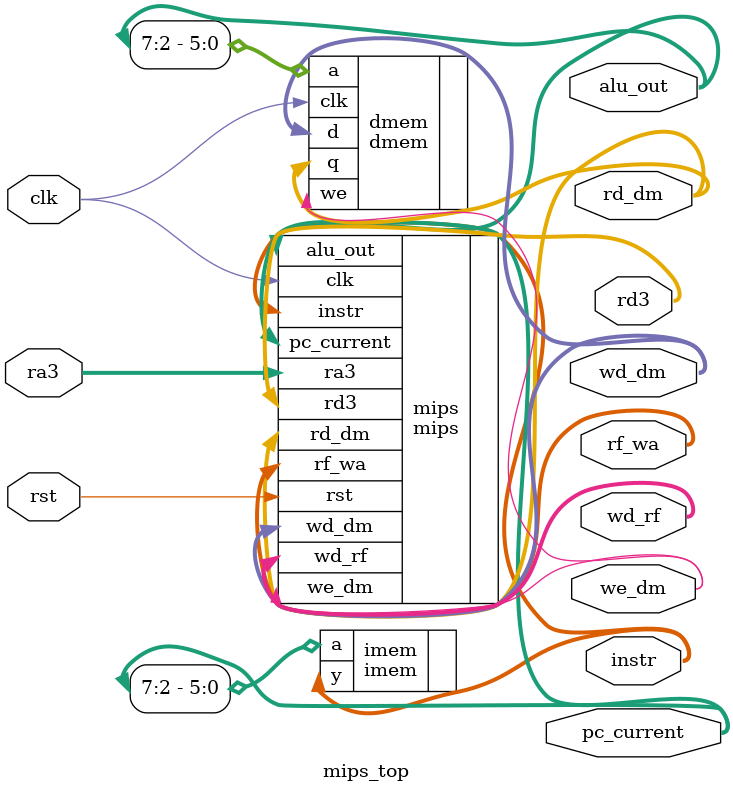
<source format=v>
module mips_top (
        input  wire        clk,
        input  wire        rst,
        input  wire [4:0]  ra3,
        output wire        we_dm,
        output wire [31:0] pc_current,
        output wire [31:0] instr,
        output wire [31:0] alu_out,
        output wire [31:0] wd_dm,
        output wire [31:0] rd_dm,
        output wire [31:0] rd3,
        output wire [31:0] wd_rf,
        output wire [4:0] rf_wa
    );

    wire [31:0] DONT_USE;

    mips mips (
            .clk            (clk),
            .rst            (rst),
            .ra3            (ra3),
            .instr          (instr),
            .rd_dm          (rd_dm),
            .we_dm          (we_dm),
            .pc_current     (pc_current),
            .alu_out        (alu_out),
            .wd_dm          (wd_dm),
            .rd3            (rd3),
            .wd_rf          (wd_rf),
            .rf_wa          (rf_wa)
        );

    imem imem (
            .a              (pc_current[7:2]),
            .y              (instr)
        );

    dmem dmem (
            .clk            (clk),
            .we             (we_dm),
            .a              (alu_out[7:2]),
            .d              (wd_dm),
            .q              (rd_dm)
        );

endmodule
</source>
